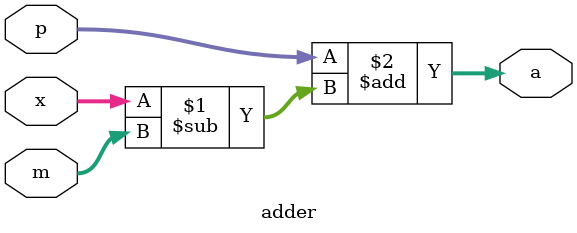
<source format=v>
`timescale 1ns / 1ps


module adder(a,p,x,m);
input [31:0]p,x,m;
output [31:0]a;
assign a = p + (x - m);
endmodule

</source>
